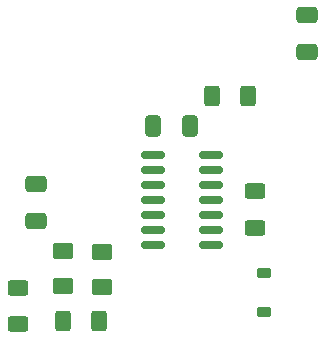
<source format=gbr>
%TF.GenerationSoftware,KiCad,Pcbnew,9.0.4*%
%TF.CreationDate,2025-12-10T09:51:26+01:00*%
%TF.ProjectId,SB_Mod_SR04,53425f4d-6f64-45f5-9352-30342e6b6963,rev?*%
%TF.SameCoordinates,Original*%
%TF.FileFunction,Paste,Top*%
%TF.FilePolarity,Positive*%
%FSLAX46Y46*%
G04 Gerber Fmt 4.6, Leading zero omitted, Abs format (unit mm)*
G04 Created by KiCad (PCBNEW 9.0.4) date 2025-12-10 09:51:26*
%MOMM*%
%LPD*%
G01*
G04 APERTURE LIST*
G04 Aperture macros list*
%AMRoundRect*
0 Rectangle with rounded corners*
0 $1 Rounding radius*
0 $2 $3 $4 $5 $6 $7 $8 $9 X,Y pos of 4 corners*
0 Add a 4 corners polygon primitive as box body*
4,1,4,$2,$3,$4,$5,$6,$7,$8,$9,$2,$3,0*
0 Add four circle primitives for the rounded corners*
1,1,$1+$1,$2,$3*
1,1,$1+$1,$4,$5*
1,1,$1+$1,$6,$7*
1,1,$1+$1,$8,$9*
0 Add four rect primitives between the rounded corners*
20,1,$1+$1,$2,$3,$4,$5,0*
20,1,$1+$1,$4,$5,$6,$7,0*
20,1,$1+$1,$6,$7,$8,$9,0*
20,1,$1+$1,$8,$9,$2,$3,0*%
G04 Aperture macros list end*
%ADD10RoundRect,0.150000X-0.825000X-0.150000X0.825000X-0.150000X0.825000X0.150000X-0.825000X0.150000X0*%
%ADD11RoundRect,0.250000X-0.650000X0.412500X-0.650000X-0.412500X0.650000X-0.412500X0.650000X0.412500X0*%
%ADD12RoundRect,0.250000X0.625000X-0.400000X0.625000X0.400000X-0.625000X0.400000X-0.625000X-0.400000X0*%
%ADD13RoundRect,0.250001X0.624999X-0.462499X0.624999X0.462499X-0.624999X0.462499X-0.624999X-0.462499X0*%
%ADD14RoundRect,0.250000X-0.412500X-0.650000X0.412500X-0.650000X0.412500X0.650000X-0.412500X0.650000X0*%
%ADD15RoundRect,0.250000X-0.400000X-0.625000X0.400000X-0.625000X0.400000X0.625000X-0.400000X0.625000X0*%
%ADD16RoundRect,0.225000X0.375000X-0.225000X0.375000X0.225000X-0.375000X0.225000X-0.375000X-0.225000X0*%
%ADD17RoundRect,0.250000X0.400000X0.625000X-0.400000X0.625000X-0.400000X-0.625000X0.400000X-0.625000X0*%
G04 APERTURE END LIST*
D10*
%TO.C,U2*%
X117819400Y-93574900D03*
X117819400Y-94844900D03*
X117819400Y-96114900D03*
X117819400Y-97384900D03*
X117819400Y-98654900D03*
X117819400Y-99924900D03*
X117819400Y-101194900D03*
X122769400Y-101194900D03*
X122769400Y-99924900D03*
X122769400Y-98654900D03*
X122769400Y-97384900D03*
X122769400Y-96114900D03*
X122769400Y-94844900D03*
X122769400Y-93574900D03*
%TD*%
D11*
%TO.C,C2*%
X130860800Y-81724100D03*
X130860800Y-84849100D03*
%TD*%
D12*
%TO.C,R1*%
X106426000Y-107875000D03*
X106426000Y-104775000D03*
%TD*%
D13*
%TO.C,D2*%
X113538000Y-104702000D03*
X113538000Y-101727000D03*
%TD*%
D14*
%TO.C,C4*%
X117842900Y-91084400D03*
X120967900Y-91084400D03*
%TD*%
D12*
%TO.C,R2*%
X126466600Y-99695000D03*
X126466600Y-96595000D03*
%TD*%
D15*
%TO.C,R3*%
X110210000Y-107569000D03*
X113310000Y-107569000D03*
%TD*%
D16*
%TO.C,D3*%
X127254000Y-106855800D03*
X127254000Y-103555800D03*
%TD*%
D17*
%TO.C,R8*%
X125933800Y-88595200D03*
X122833800Y-88595200D03*
%TD*%
D11*
%TO.C,C1*%
X107950000Y-95973500D03*
X107950000Y-99098500D03*
%TD*%
D13*
%TO.C,D1*%
X110236000Y-104665500D03*
X110236000Y-101690500D03*
%TD*%
M02*

</source>
